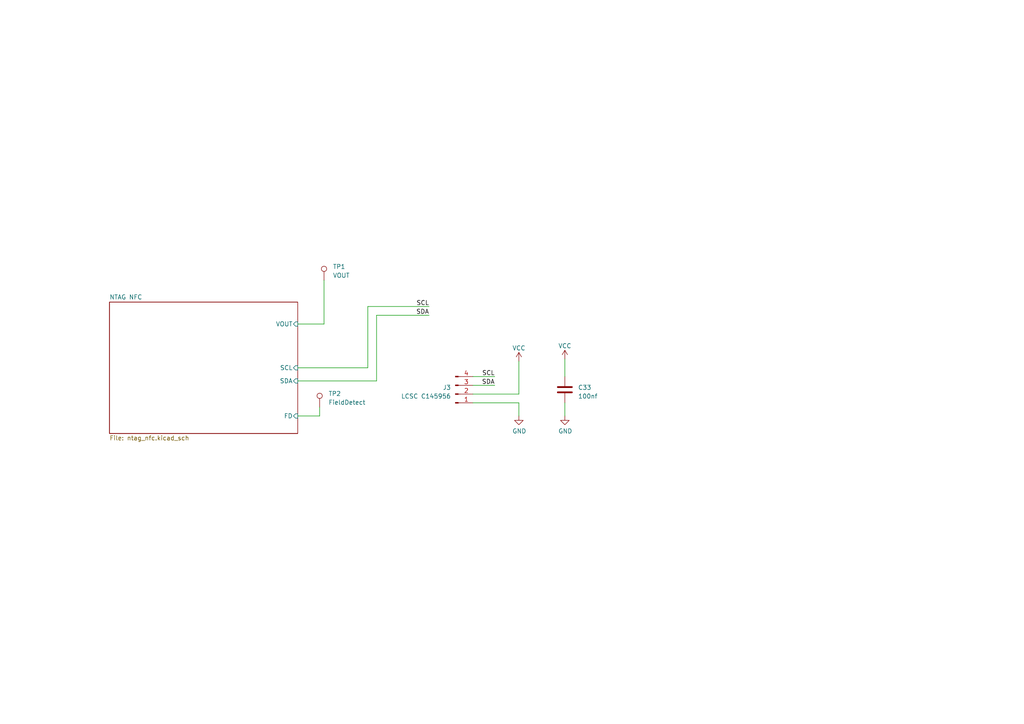
<source format=kicad_sch>
(kicad_sch (version 20230121) (generator eeschema)
  (paper "A4")
  (title_block (title "NFC Card Emulation only") (date "2023-06-22") (rev "1.1") (comment 1 "CC-BY-SA"))
  (lib_symbols
    (symbol "Connector:Conn_01x04_Male" (pin_names (offset 1.016) hide)
      (property "Reference" "J" (at 0 5.08 0))
      (property "Value" "Conn_01x04_Male" (at 0 -7.62 0))
      (symbol "Conn_01x04_Male_1_1"
        (polyline (pts (xy 1.27 -5.08) (xy 0.8636 -5.08)) (stroke (width 0.1524)))
        (polyline (pts (xy 1.27 -2.54) (xy 0.8636 -2.54)) (stroke (width 0.1524)))
        (polyline (pts (xy 1.27 0) (xy 0.8636 0)) (stroke (width 0.1524)))
        (polyline (pts (xy 1.27 2.54) (xy 0.8636 2.54)) (stroke (width 0.1524)))
        (rectangle (start 0.8636 -4.953) (end 0 -5.207) (stroke (width 0.1524)) (fill (type outline)))
        (rectangle (start 0.8636 -2.413) (end 0 -2.667) (stroke (width 0.1524)) (fill (type outline)))
        (rectangle (start 0.8636 0.127) (end 0 -0.127) (stroke (width 0.1524)) (fill (type outline)))
        (rectangle (start 0.8636 2.667) (end 0 2.413) (stroke (width 0.1524)) (fill (type outline)))
        (pin passive line (at 5.08 2.54 180) (length 3.81) (name "Pin_1") (number "1"))
        (pin passive line (at 5.08 0 180) (length 3.81) (name "Pin_2") (number "2"))
        (pin passive line (at 5.08 -2.54 180) (length 3.81) (name "Pin_3") (number "3"))
        (pin passive line (at 5.08 -5.08 180) (length 3.81) (name "Pin_4") (number "4"))
      )
    )
    (symbol "Connector:TestPoint" (pin_numbers hide) (pin_names (offset 0.762) hide)
      (property "Reference" "TP" (at 0 6.858 0))
      (property "Value" "TestPoint" (at 0 5.08 0))
      (symbol "TestPoint_0_1"
        (circle (center 0 3.302) (radius 0.762))
      )
      (symbol "TestPoint_1_1"
        (pin passive line (at 0 0 90) (length 2.54) (name "1") (number "1"))
      )
    )
    (symbol "Device:C" (pin_numbers hide) (pin_names (offset 0.254))
      (property "Reference" "C" (at 0.635 2.54 0))
      (property "Value" "C" (at 0.635 -2.54 0))
      (symbol "C_0_1"
        (polyline (pts (xy -2.032 -0.762) (xy 2.032 -0.762)) (stroke (width 0.508)))
        (polyline (pts (xy -2.032 0.762) (xy 2.032 0.762)) (stroke (width 0.508)))
      )
      (symbol "C_1_1"
        (pin passive line (at 0 3.81 270) (length 2.794) (name "~") (number "1"))
        (pin passive line (at 0 -3.81 90) (length 2.794) (name "~") (number "2"))
      )
    )
    (symbol "power:GND" (power) (pin_names (offset 0))
      (property "Value" "GND" (at 0 -3.81 0))
      (symbol "GND_0_1"
        (polyline (pts (xy 0 0) (xy 0 -1.27) (xy 1.27 -1.27) (xy 0 -2.54) (xy -1.27 -1.27) (xy 0 -1.27)))
      )
      (symbol "GND_1_1"
        (pin power_in line (at 0 0 270) (length 0) hide (name "GND") (number "1"))
      )
    )
    (symbol "power:VCC" (power) (pin_names (offset 0))
      (property "Value" "VCC" (at 0 3.81 0))
      (symbol "VCC_0_1"
        (polyline (pts (xy -0.762 1.27) (xy 0 2.54)))
        (polyline (pts (xy 0 0) (xy 0 2.54)))
        (polyline (pts (xy 0 2.54) (xy 0.762 1.27)))
      )
      (symbol "VCC_1_1"
        (pin power_in line (at 0 0 90) (length 0) hide (name "VCC") (number "1"))
      )
    )
  )
  (wire (pts (xy 137.16 109.22) (xy 143.51 109.22)))
  (wire (pts (xy 163.83 116.84) (xy 163.83 120.65)))
  (wire (pts (xy 106.68 106.68) (xy 86.36 106.68)))
  (wire (pts (xy 109.22 91.44) (xy 124.46 91.44)))
  (wire (pts (xy 150.495 104.775) (xy 150.495 114.3)))
  (wire (pts (xy 106.68 88.9) (xy 124.46 88.9)))
  (wire (pts (xy 106.68 88.9) (xy 106.68 106.68)))
  (wire (pts (xy 109.22 110.49) (xy 86.36 110.49)))
  (wire (pts (xy 92.71 120.65) (xy 92.71 118.11)))
  (wire (pts (xy 137.16 111.76) (xy 143.51 111.76)))
  (wire (pts (xy 86.36 120.65) (xy 92.71 120.65)))
  (wire (pts (xy 163.83 104.14) (xy 163.83 109.22)))
  (wire (pts (xy 137.16 116.84) (xy 150.495 116.84)))
  (wire (pts (xy 93.98 93.98) (xy 93.98 81.28)))
  (wire (pts (xy 86.36 93.98) (xy 93.98 93.98)))
  (wire (pts (xy 137.16 114.3) (xy 150.495 114.3)))
  (wire (pts (xy 109.22 91.44) (xy 109.22 110.49)))
  (wire (pts (xy 150.495 116.84) (xy 150.495 120.65)))
  (label "SCL" (at 124.46 88.9 180))
  (label "SDA" (at 143.51 111.76 180))
  (label "SDA" (at 124.46 91.44 180))
  (label "SCL" (at 143.51 109.22 180))
  (symbol (lib_id "Connector:TestPoint") (at 92.71 118.11 0) (unit 1) (in_bom no)
    (property "Reference" "TP2" (at 95.25 114.173 0) (effects (justify left)))
    (property "Value" "FieldDetect" (at 95.25 116.713 0) (effects (justify left)))
    (property "Footprint" "TestPoint:TestPoint_Pad_D1.0mm" (effects hide))
  )
  (symbol (lib_id "power:GND") (at 150.495 120.65 0) (unit 1)
    (property "Reference" "#PWR04" (effects hide))
    (property "Value" "GND" (at 150.622 125.0442 0))
  )
  (symbol (lib_id "power:VCC") (at 150.495 104.775 0) (unit 1)
    (property "Reference" "#PWR03" (effects hide))
    (property "Value" "VCC" (at 150.495 100.965 0))
  )
  (symbol (lib_id "power:GND") (at 163.83 120.65 0) (unit 1)
    (property "Reference" "#PWR06" (effects hide))
    (property "Value" "GND" (at 163.957 125.0442 0))
  )
  (symbol (lib_id "power:VCC") (at 163.83 104.14 0) (unit 1)
    (property "Reference" "#PWR05" (effects hide))
    (property "Value" "VCC" (at 163.83 100.33 0))
  )
  (symbol (lib_id "Device:C") (at 163.83 113.03 0) (unit 1)
    (property "Reference" "C33" (at 167.64 112.395 0) (effects (justify left)))
    (property "Value" "100nf" (at 167.64 114.935 0) (effects (justify left)))
    (property "Footprint" "Capacitor_SMD:C_0603_1608Metric" (effects hide))
  )
  (symbol (lib_id "Connector:Conn_01x04_Male") (at 132.08 114.3 0) (mirror x) (unit 1)
    (property "Reference" "J3" (at 130.81 112.395 0) (effects (justify right)))
    (property "Value" "LCSC C145956" (at 130.81 114.935 0) (effects (justify right)))
    (property "Footprint" "Connector_JST:JST_SH_SM04B-SRSS-TB_1x04-1MP_P1.00mm_Horizontal" (effects hide))
  )
  (symbol (lib_id "Connector:TestPoint") (at 93.98 81.28 0) (unit 1) (in_bom no)
    (property "Reference" "TP1" (at 96.52 77.343 0) (effects (justify left)))
    (property "Value" "VOUT" (at 96.52 79.883 0) (effects (justify left)))
    (property "Footprint" "TestPoint:TestPoint_Pad_D1.0mm" (effects hide))
  )
  (sheet (at 31.75 87.63) (size 54.61 38.1) (stroke (width 0.1524))
    (property "Sheetname" "NTAG NFC" (at 31.75 86.9184 0) (effects (justify left bottom)))
    (property "Sheetfile" "ntag_nfc.kicad_sch" (at 31.75 126.3146 0) (effects (justify left top)))
    (pin "SCL" input (at 86.36 106.68 0))
    (pin "SDA" input (at 86.36 110.49 0))
    (pin "FD" input (at 86.36 120.65 0))
    (pin "VOUT" input (at 86.36 93.98 0))
  )
)
</source>
